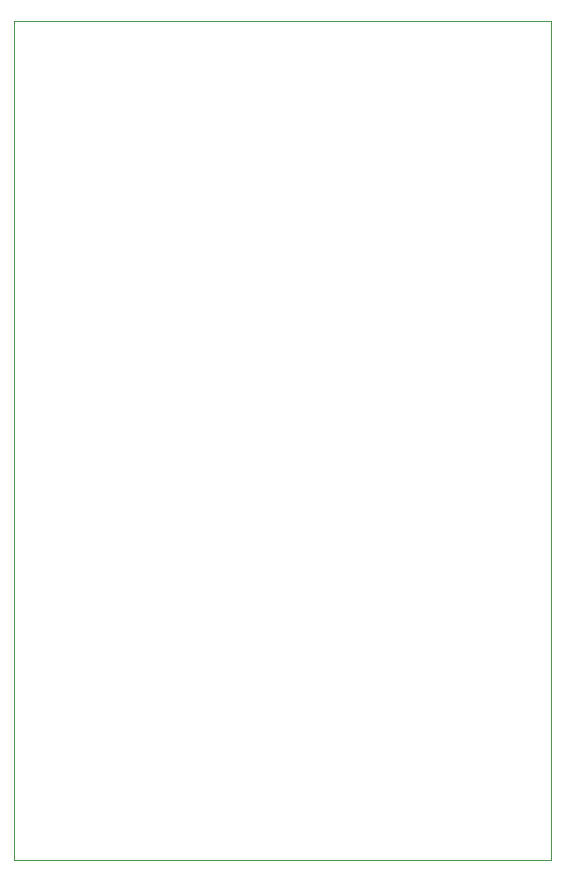
<source format=gbr>
G04 #@! TF.GenerationSoftware,KiCad,Pcbnew,(5.1.4)-1*
G04 #@! TF.CreationDate,2020-01-27T08:50:11+02:00*
G04 #@! TF.ProjectId,8_switch_array,385f7377-6974-4636-985f-61727261792e,rev?*
G04 #@! TF.SameCoordinates,Original*
G04 #@! TF.FileFunction,Profile,NP*
%FSLAX46Y46*%
G04 Gerber Fmt 4.6, Leading zero omitted, Abs format (unit mm)*
G04 Created by KiCad (PCBNEW (5.1.4)-1) date 2020-01-27 08:50:11*
%MOMM*%
%LPD*%
G04 APERTURE LIST*
%ADD10C,0.050000*%
G04 APERTURE END LIST*
D10*
X169500000Y-104500000D02*
X169500000Y-82000000D01*
X124000000Y-104500000D02*
X169500000Y-104500000D01*
X124000000Y-82000000D02*
X124000000Y-104500000D01*
X169500000Y-33500000D02*
X169500000Y-82000000D01*
X124000000Y-33500000D02*
X169500000Y-33500000D01*
X124000000Y-82000000D02*
X124000000Y-33500000D01*
M02*

</source>
